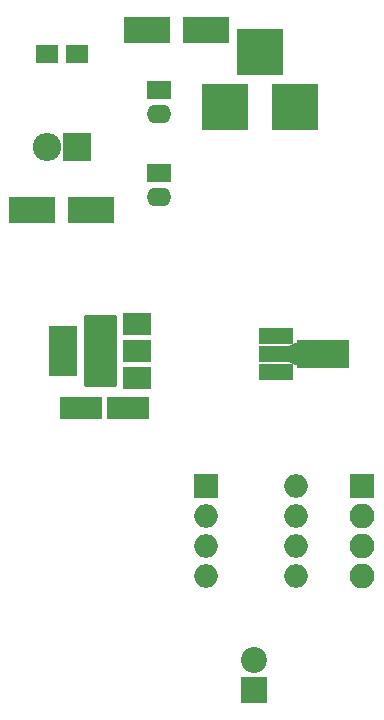
<source format=gbr>
G04 #@! TF.FileFunction,Soldermask,Top*
%FSLAX46Y46*%
G04 Gerber Fmt 4.6, Leading zero omitted, Abs format (unit mm)*
G04 Created by KiCad (PCBNEW 4.0.7-e2-6376~58~ubuntu16.04.1) date Wed Nov  1 22:14:58 2017*
%MOMM*%
%LPD*%
G01*
G04 APERTURE LIST*
%ADD10C,0.100000*%
%ADD11R,1.900000X1.650000*%
%ADD12R,3.600000X1.900000*%
%ADD13R,3.900000X2.200000*%
%ADD14R,2.100000X2.100000*%
%ADD15O,2.100000X2.100000*%
%ADD16R,2.100000X1.600000*%
%ADD17O,2.100000X1.600000*%
%ADD18R,2.900000X1.400000*%
%ADD19R,4.400000X2.400000*%
%ADD20R,2.400000X4.200000*%
%ADD21R,2.400000X1.900000*%
%ADD22R,2.000000X2.000000*%
%ADD23O,2.000000X2.000000*%
%ADD24O,2.398980X2.398980*%
%ADD25R,2.398980X2.398980*%
%ADD26R,2.200000X2.200000*%
%ADD27C,2.200000*%
%ADD28R,3.900000X3.900000*%
%ADD29C,0.254000*%
G04 APERTURE END LIST*
D10*
D11*
X103906000Y-53848000D03*
X106406000Y-53848000D03*
D12*
X106744000Y-83820000D03*
X110744000Y-83820000D03*
D13*
X112308000Y-51816000D03*
X117308000Y-51816000D03*
X107616000Y-67056000D03*
X102616000Y-67056000D03*
D14*
X130556000Y-90424000D03*
D15*
X130556000Y-92964000D03*
X130556000Y-95504000D03*
X130556000Y-98044000D03*
D16*
X113376000Y-56928000D03*
D17*
X113376000Y-58928000D03*
D18*
X123294000Y-77748000D03*
X123294000Y-79248000D03*
X123294000Y-80748000D03*
D19*
X127254000Y-79248000D03*
D10*
G36*
X125479000Y-80448000D02*
X124329000Y-79948000D01*
X124329000Y-78548000D01*
X125479000Y-78048000D01*
X125479000Y-80448000D01*
X125479000Y-80448000D01*
G37*
D20*
X105206000Y-78980000D03*
D21*
X111506000Y-78980000D03*
X111506000Y-76680000D03*
X111506000Y-81280000D03*
D16*
X113376000Y-63956000D03*
D17*
X113376000Y-65956000D03*
D22*
X117348000Y-90424000D03*
D23*
X124968000Y-98044000D03*
X117348000Y-92964000D03*
X124968000Y-95504000D03*
X117348000Y-95504000D03*
X124968000Y-92964000D03*
X117348000Y-98044000D03*
X124968000Y-90424000D03*
D24*
X103886000Y-61722000D03*
D25*
X106426000Y-61722000D03*
D26*
X121412000Y-107696000D03*
D27*
X121412000Y-105156000D03*
D28*
X118900000Y-58370000D03*
X124900000Y-58370000D03*
X121900000Y-53670000D03*
D29*
G36*
X109601000Y-81915000D02*
X107061000Y-81915000D01*
X107061000Y-76073000D01*
X109601000Y-76073000D01*
X109601000Y-81915000D01*
X109601000Y-81915000D01*
G37*
X109601000Y-81915000D02*
X107061000Y-81915000D01*
X107061000Y-76073000D01*
X109601000Y-76073000D01*
X109601000Y-81915000D01*
M02*

</source>
